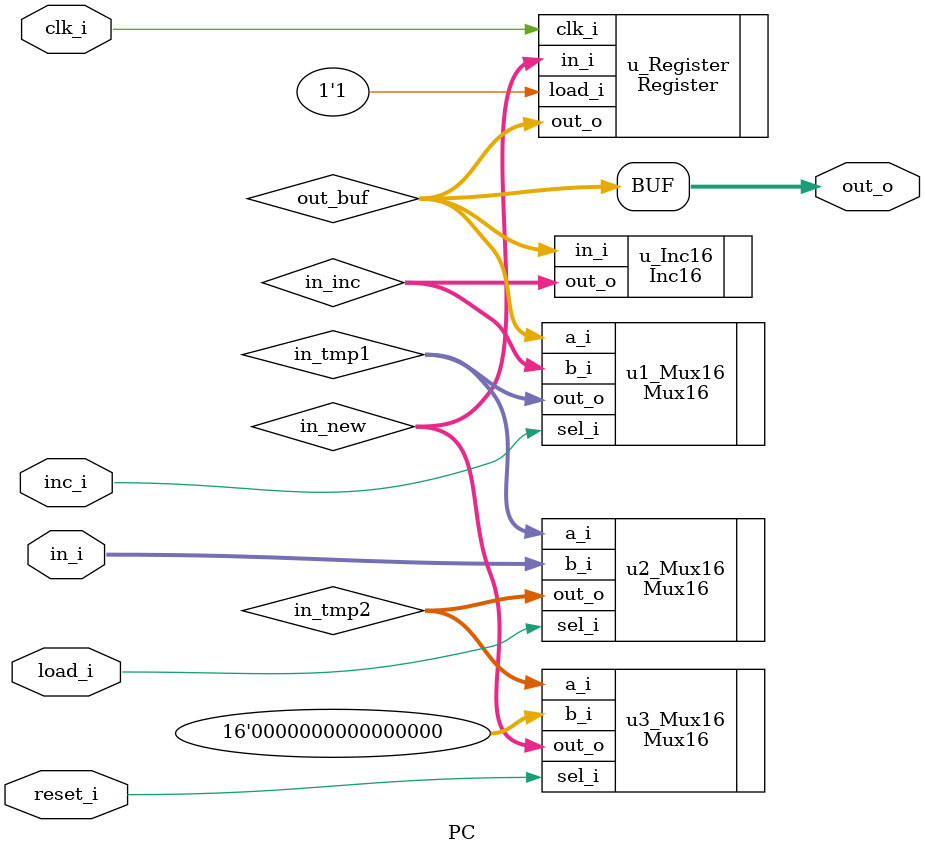
<source format=v>
/* Program Counter

 * A 16-bit counter with load and reset control bits.
 * if      (reset[t] == 1) out[t+1] = 0
 * else if (load[t] == 1)  out[t+1] = in[t]
 * else if (inc[t] == 1)   out[t+1] = out[t] + 1  (integer addition)
 * else                    out[t+1] = out[t]

PC u_PC(
    .clk_i(),
    .in_i(),
    .load_i(),
    .inc_i(),
    .reset_i(),
    .out_o()
);


 */

 module PC(
    input wire clk_i,
    input wire [15:0] in_i,
    input wire load_i,
    input wire inc_i,
    input wire reset_i,
    output wire [15:0] out_o
);

    wire [15:0] in_inc;
    wire [15:0] in_tmp1;
    wire [15:0] in_tmp2;
    wire [15:0] in_new;
    wire [15:0] out_buf;
    assign out_o = out_buf;

    Inc16 u_Inc16(.in_i(out_buf), .out_o(in_inc));
    Mux16 u1_Mux16(.a_i(out_buf), .b_i(in_inc), .sel_i(inc_i), .out_o(in_tmp1));
    Mux16 u2_Mux16(.a_i(in_tmp1), .b_i(in_i), .sel_i(load_i), .out_o(in_tmp2));
    Mux16 u3_Mux16(.a_i(in_tmp2), .b_i(16'b0), .sel_i(reset_i), .out_o(in_new));

    Register u_Register(.clk_i(clk_i), .in_i(in_new), .load_i(1'b1), .out_o(out_buf));


endmodule


</source>
